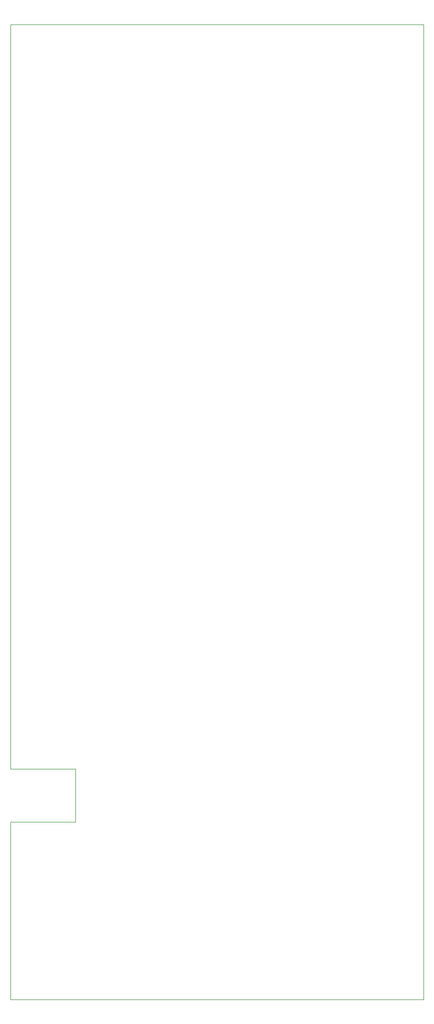
<source format=gm1>
G04 #@! TF.GenerationSoftware,KiCad,Pcbnew,6.0.2-378541a8eb~116~ubuntu20.04.1*
G04 #@! TF.CreationDate,2022-03-12T17:00:33-05:00*
G04 #@! TF.ProjectId,attenuverters_b2,61747465-6e75-4766-9572-746572735f62,rev?*
G04 #@! TF.SameCoordinates,Original*
G04 #@! TF.FileFunction,Profile,NP*
%FSLAX46Y46*%
G04 Gerber Fmt 4.6, Leading zero omitted, Abs format (unit mm)*
G04 Created by KiCad (PCBNEW 6.0.2-378541a8eb~116~ubuntu20.04.1) date 2022-03-12 17:00:33*
%MOMM*%
%LPD*%
G01*
G04 APERTURE LIST*
G04 #@! TA.AperFunction,Profile*
%ADD10C,0.100000*%
G04 #@! TD*
G04 APERTURE END LIST*
D10*
X185000471Y-17499118D02*
X185000881Y-182500471D01*
X114999000Y-152500000D02*
X125999000Y-152499000D01*
X185000881Y-182500471D02*
X114999617Y-182500923D01*
X114999617Y-182500923D02*
X114999000Y-152500000D01*
X114999118Y-17499528D02*
X185000471Y-17499118D01*
X125999000Y-152499000D02*
X125999000Y-143501000D01*
X125999000Y-143501000D02*
X114999004Y-143500098D01*
X114999004Y-143500098D02*
X114999118Y-17499528D01*
M02*

</source>
